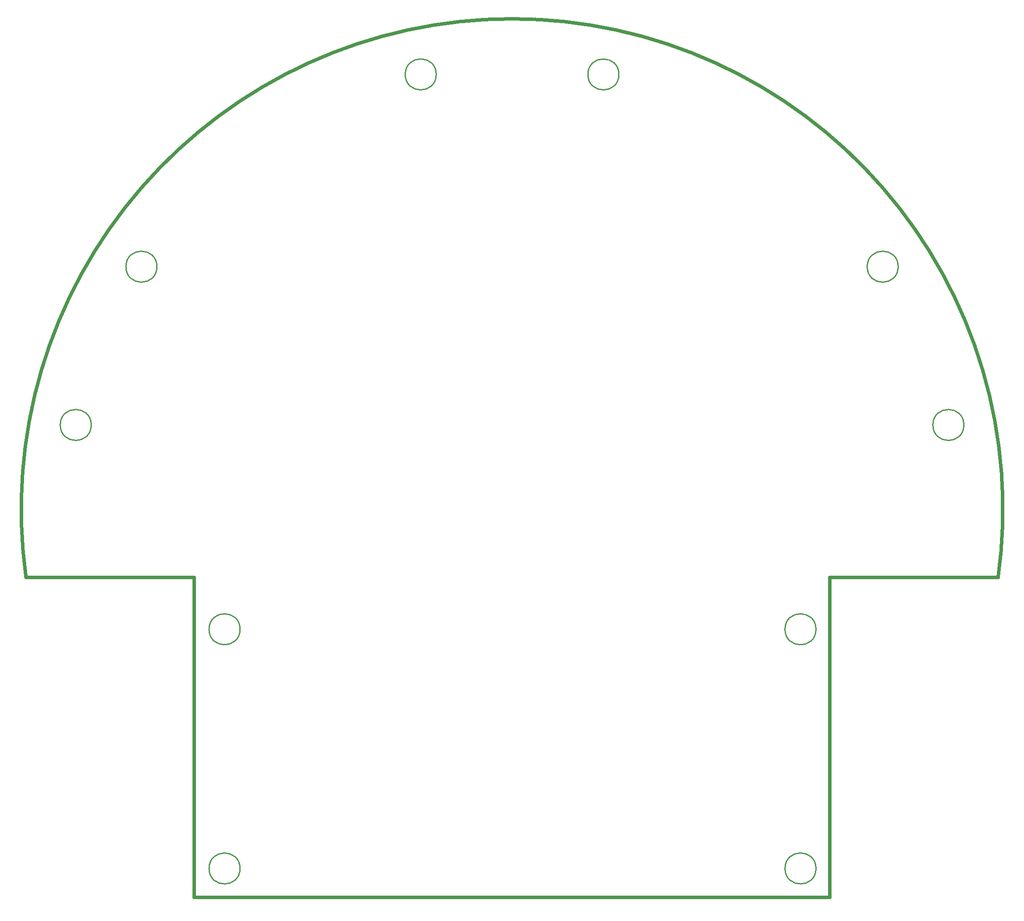
<source format=gko>
G04*
G04 #@! TF.GenerationSoftware,Altium Limited,Altium Designer,20.1.11 (218)*
G04*
G04 Layer_Color=16711935*
%FSLAX24Y24*%
%MOIN*%
G70*
G04*
G04 #@! TF.SameCoordinates,BD3A0D93-D2E9-4D9D-BC1F-92CABD7513BA*
G04*
G04*
G04 #@! TF.FilePolarity,Positive*
G04*
G01*
G75*
%ADD10C,0.0100*%
%ADD176C,0.0250*%
D10*
X-20719Y-3950D02*
G03*
X-20719Y-3950I-1181J0D01*
G01*
Y-22190D02*
G03*
X-20719Y-22190I-1181J0D01*
G01*
X23171D02*
G03*
X23171Y-22190I-1181J0D01*
G01*
Y-3950D02*
G03*
X23171Y-3950I-1181J0D01*
G01*
X34441Y11630D02*
G03*
X34441Y11630I-1181J0D01*
G01*
X29435Y23699D02*
G03*
X29435Y23699I-1181J0D01*
G01*
X8151Y38360D02*
G03*
X8151Y38360I-1181J0D01*
G01*
X-5769D02*
G03*
X-5769Y38360I-1181J0D01*
G01*
X-27053Y23699D02*
G03*
X-27053Y23699I-1181J0D01*
G01*
X-32059Y11630D02*
G03*
X-32059Y11630I-1181J0D01*
G01*
D176*
X37048Y-5D02*
G03*
X-37028Y-5I-37038J5205D01*
G01*
X-24203Y-24400D02*
X24223D01*
Y9D01*
Y0D02*
X37048D01*
X-24203Y9D02*
X-24203Y-24400D01*
X-37028Y9D02*
X-24203Y9D01*
M02*

</source>
